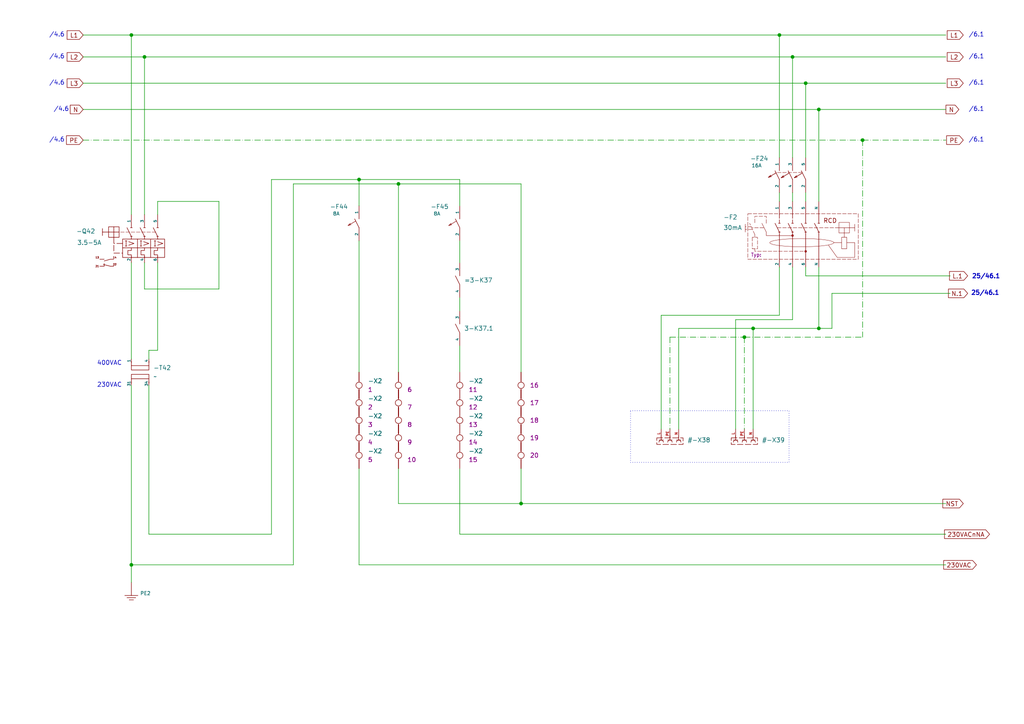
<source format=kicad_sch>
(kicad_sch (version 20250114) (generator "eeschema") (generator_version "9.0")
  (paper "A4")
  (title_block (comment 4 "1"))
  (lib_symbols
    (symbol "Relais_(K)_NO_1" (pin_numbers (hide yes)) (pin_names (offset 0))
      (property "Reference" "-K" (at -4.318 4.318 0))
      (symbol "Relais_(K)_NO_1_0_1"
        (polyline (pts (xy 0 1.27) (xy 0 1.27)))
        (polyline (pts (xy 0 -1.27) (xy -1.27 1.27)))
      )
      (symbol "Relais_(K)_NO_1_1_1"
        (pin passive line (at 0 5.08 270) (length 3.81) (name "3") (number "3"))
        (pin passive line (at 0 -5.08 90) (length 3.81) (name "4") (number "4"))
      )
    )
    (symbol "Steckdose_W_(X)_1" (power) (pin_names (offset 0) (hide yes)) (exclude_from_sim yes) (in_bom no) (on_board no)
      (property "Reference" "-X" (at -6.604 3.302 0))
      (symbol "Steckdose_W_(X)_1_0_1"
        (polyline (pts (xy -2.54 0.635) (xy -2.54 1.905)))
        (arc (start -3.175 0) (mid -2.54 0.635) (end -1.905 0))
        (polyline (pts (xy -1.905 0.635) (xy -3.175 0.635)))
        (polyline (pts (xy 0 0.635) (xy 0 1.905)))
        (arc (start -0.635 0) (mid 0 0.635) (end 0.635 0))
        (polyline (pts (xy 0.635 0.635) (xy -0.635 0.635)))
        (polyline (pts (xy 2.54 0.635) (xy 2.54 1.905)))
        (arc (start 1.905 0) (mid 2.54 0.635) (end 3.175 0))
        (polyline (pts (xy 3.175 0.635) (xy 1.905 0.635)))
      )
      (symbol "Steckdose_W_(X)_1_1_1"
        (rectangle (start -3.81 1.27) (end 3.81 -0.635) (stroke (width 0) (type dash)))
        (pin passive line (at -2.54 3.81 270) (length 2.54) (name "L") (number "L"))
        (pin unspecified line (at -2.54 0 90) (length 0) (hide yes) (name "L") (number "L"))
        (pin passive line (at 0 3.81 270) (length 2.54) (name "PE") (number "PE"))
        (pin unspecified line (at 0 0 90) (length 0) (hide yes) (name "PE") (number "PE"))
        (pin passive line (at 2.54 3.81 270) (length 2.54) (name "N") (number "N"))
        (pin unspecified line (at 2.54 0 90) (length 0) (hide yes) (name "N") (number "N"))
      )
    )
    (symbol "Verbinder_Standart_einfach_(X)_1" (pin_numbers (hide yes)) (pin_names (offset 0))
      (property "Reference" "-X" (at -4.572 2.794 0))
      (property "Nummer" "x" (at 3.048 3.048 0))
      (symbol "Verbinder_Standart_einfach_(X)_1_0_1"
        (polyline (pts (xy 0 1.27) (xy 0 1.016)))
        (circle (center 0 0) (radius 0.9158))
        (polyline (pts (xy 0 -1.27) (xy 0 -1.016)))
      )
      (symbol "Verbinder_Standart_einfach_(X)_1_1_1"
        (pin passive line (at 0 3.81 270) (length 2.54) (name "") (number ""))
        (pin passive line (at 0 -3.81 90) (length 2.54) (name "") (number ""))
      )
    )
    (symbol "Verbinder_Standart_einfach_(X)_10" (pin_numbers (hide yes)) (pin_names (offset 0))
      (property "Reference" "-X" (at -4.572 2.794 0))
      (property "Nummer" "x" (at 3.048 3.048 0))
      (symbol "Verbinder_Standart_einfach_(X)_10_0_1"
        (polyline (pts (xy 0 1.27) (xy 0 1.016)))
        (circle (center 0 0) (radius 0.9158))
        (polyline (pts (xy 0 -1.27) (xy 0 -1.016)))
      )
      (symbol "Verbinder_Standart_einfach_(X)_10_1_1"
        (pin passive line (at 0 3.81 270) (length 2.54) (name "") (number ""))
        (pin passive line (at 0 -3.81 90) (length 2.54) (name "") (number ""))
      )
    )
    (symbol "Verbinder_Standart_einfach_(X)_11" (pin_numbers (hide yes)) (pin_names (offset 0))
      (property "Reference" "-X" (at -4.572 2.794 0))
      (property "Nummer" "x" (at 3.048 3.048 0))
      (symbol "Verbinder_Standart_einfach_(X)_11_0_1"
        (polyline (pts (xy 0 1.27) (xy 0 1.016)))
        (circle (center 0 0) (radius 0.9158))
        (polyline (pts (xy 0 -1.27) (xy 0 -1.016)))
      )
      (symbol "Verbinder_Standart_einfach_(X)_11_1_1"
        (pin passive line (at 0 3.81 270) (length 2.54) (name "") (number ""))
        (pin passive line (at 0 -3.81 90) (length 2.54) (name "") (number ""))
      )
    )
    (symbol "Verbinder_Standart_einfach_(X)_12" (pin_numbers (hide yes)) (pin_names (offset 0))
      (property "Reference" "-X" (at -4.572 2.794 0))
      (property "Nummer" "x" (at 3.048 3.048 0))
      (symbol "Verbinder_Standart_einfach_(X)_12_0_1"
        (polyline (pts (xy 0 1.27) (xy 0 1.016)))
        (circle (center 0 0) (radius 0.9158))
        (polyline (pts (xy 0 -1.27) (xy 0 -1.016)))
      )
      (symbol "Verbinder_Standart_einfach_(X)_12_1_1"
        (pin passive line (at 0 3.81 270) (length 2.54) (name "") (number ""))
        (pin passive line (at 0 -3.81 90) (length 2.54) (name "") (number ""))
      )
    )
    (symbol "Verbinder_Standart_einfach_(X)_13" (pin_numbers (hide yes)) (pin_names (offset 0))
      (property "Reference" "-X" (at -4.572 2.794 0))
      (property "Nummer" "x" (at 3.048 3.048 0))
      (symbol "Verbinder_Standart_einfach_(X)_13_0_1"
        (polyline (pts (xy 0 1.27) (xy 0 1.016)))
        (circle (center 0 0) (radius 0.9158))
        (polyline (pts (xy 0 -1.27) (xy 0 -1.016)))
      )
      (symbol "Verbinder_Standart_einfach_(X)_13_1_1"
        (pin passive line (at 0 3.81 270) (length 2.54) (name "") (number ""))
        (pin passive line (at 0 -3.81 90) (length 2.54) (name "") (number ""))
      )
    )
    (symbol "Verbinder_Standart_einfach_(X)_14" (pin_numbers (hide yes)) (pin_names (offset 0))
      (property "Reference" "-X" (at -4.572 2.794 0))
      (property "Nummer" "x" (at 3.048 3.048 0))
      (symbol "Verbinder_Standart_einfach_(X)_14_0_1"
        (polyline (pts (xy 0 1.27) (xy 0 1.016)))
        (circle (center 0 0) (radius 0.9158))
        (polyline (pts (xy 0 -1.27) (xy 0 -1.016)))
      )
      (symbol "Verbinder_Standart_einfach_(X)_14_1_1"
        (pin passive line (at 0 3.81 270) (length 2.54) (name "") (number ""))
        (pin passive line (at 0 -3.81 90) (length 2.54) (name "") (number ""))
      )
    )
    (symbol "Verbinder_Standart_einfach_(X)_15" (pin_numbers (hide yes)) (pin_names (offset 0))
      (property "Reference" "-X" (at -4.572 2.794 0))
      (property "Nummer" "x" (at 3.048 3.048 0))
      (symbol "Verbinder_Standart_einfach_(X)_15_0_1"
        (polyline (pts (xy 0 1.27) (xy 0 1.016)))
        (circle (center 0 0) (radius 0.9158))
        (polyline (pts (xy 0 -1.27) (xy 0 -1.016)))
      )
      (symbol "Verbinder_Standart_einfach_(X)_15_1_1"
        (pin passive line (at 0 3.81 270) (length 2.54) (name "") (number ""))
        (pin passive line (at 0 -3.81 90) (length 2.54) (name "") (number ""))
      )
    )
    (symbol "Verbinder_Standart_einfach_(X)_16" (pin_numbers (hide yes)) (pin_names (offset 0))
      (property "Reference" "-X" (at -4.572 2.794 0))
      (property "Nummer" "x" (at 3.048 3.048 0))
      (symbol "Verbinder_Standart_einfach_(X)_16_0_1"
        (polyline (pts (xy 0 1.27) (xy 0 1.016)))
        (circle (center 0 0) (radius 0.9158))
        (polyline (pts (xy 0 -1.27) (xy 0 -1.016)))
      )
      (symbol "Verbinder_Standart_einfach_(X)_16_1_1"
        (pin passive line (at 0 3.81 270) (length 2.54) (name "") (number ""))
        (pin passive line (at 0 -3.81 90) (length 2.54) (name "") (number ""))
      )
    )
    (symbol "Verbinder_Standart_einfach_(X)_17" (pin_numbers (hide yes)) (pin_names (offset 0))
      (property "Reference" "-X" (at -4.572 2.794 0))
      (property "Nummer" "x" (at 3.048 3.048 0))
      (symbol "Verbinder_Standart_einfach_(X)_17_0_1"
        (polyline (pts (xy 0 1.27) (xy 0 1.016)))
        (circle (center 0 0) (radius 0.9158))
        (polyline (pts (xy 0 -1.27) (xy 0 -1.016)))
      )
      (symbol "Verbinder_Standart_einfach_(X)_17_1_1"
        (pin passive line (at 0 3.81 270) (length 2.54) (name "") (number ""))
        (pin passive line (at 0 -3.81 90) (length 2.54) (name "") (number ""))
      )
    )
    (symbol "Verbinder_Standart_einfach_(X)_18" (pin_numbers (hide yes)) (pin_names (offset 0))
      (property "Reference" "-X" (at -4.572 2.794 0))
      (property "Nummer" "x" (at 3.048 3.048 0))
      (symbol "Verbinder_Standart_einfach_(X)_18_0_1"
        (polyline (pts (xy 0 1.27) (xy 0 1.016)))
        (circle (center 0 0) (radius 0.9158))
        (polyline (pts (xy 0 -1.27) (xy 0 -1.016)))
      )
      (symbol "Verbinder_Standart_einfach_(X)_18_1_1"
        (pin passive line (at 0 3.81 270) (length 2.54) (name "") (number ""))
        (pin passive line (at 0 -3.81 90) (length 2.54) (name "") (number ""))
      )
    )
    (symbol "Verbinder_Standart_einfach_(X)_19" (pin_numbers (hide yes)) (pin_names (offset 0))
      (property "Reference" "-X" (at -4.572 2.794 0))
      (property "Nummer" "x" (at 3.048 3.048 0))
      (symbol "Verbinder_Standart_einfach_(X)_19_0_1"
        (polyline (pts (xy 0 1.27) (xy 0 1.016)))
        (circle (center 0 0) (radius 0.9158))
        (polyline (pts (xy 0 -1.27) (xy 0 -1.016)))
      )
      (symbol "Verbinder_Standart_einfach_(X)_19_1_1"
        (pin passive line (at 0 3.81 270) (length 2.54) (name "") (number ""))
        (pin passive line (at 0 -3.81 90) (length 2.54) (name "") (number ""))
      )
    )
    (symbol "Verbinder_Standart_einfach_(X)_2" (pin_numbers (hide yes)) (pin_names (offset 0))
      (property "Reference" "-X" (at -4.572 2.794 0))
      (property "Nummer" "x" (at 3.048 3.048 0))
      (symbol "Verbinder_Standart_einfach_(X)_2_0_1"
        (polyline (pts (xy 0 1.27) (xy 0 1.016)))
        (circle (center 0 0) (radius 0.9158))
        (polyline (pts (xy 0 -1.27) (xy 0 -1.016)))
      )
      (symbol "Verbinder_Standart_einfach_(X)_2_1_1"
        (pin passive line (at 0 3.81 270) (length 2.54) (name "") (number ""))
        (pin passive line (at 0 -3.81 90) (length 2.54) (name "") (number ""))
      )
    )
    (symbol "Verbinder_Standart_einfach_(X)_3" (pin_numbers (hide yes)) (pin_names (offset 0))
      (property "Reference" "-X" (at -4.572 2.794 0))
      (property "Nummer" "x" (at 3.048 3.048 0))
      (symbol "Verbinder_Standart_einfach_(X)_3_0_1"
        (polyline (pts (xy 0 1.27) (xy 0 1.016)))
        (circle (center 0 0) (radius 0.9158))
        (polyline (pts (xy 0 -1.27) (xy 0 -1.016)))
      )
      (symbol "Verbinder_Standart_einfach_(X)_3_1_1"
        (pin passive line (at 0 3.81 270) (length 2.54) (name "") (number ""))
        (pin passive line (at 0 -3.81 90) (length 2.54) (name "") (number ""))
      )
    )
    (symbol "Verbinder_Standart_einfach_(X)_4" (pin_numbers (hide yes)) (pin_names (offset 0))
      (property "Reference" "-X" (at -4.572 2.794 0))
      (property "Nummer" "x" (at 3.048 3.048 0))
      (symbol "Verbinder_Standart_einfach_(X)_4_0_1"
        (polyline (pts (xy 0 1.27) (xy 0 1.016)))
        (circle (center 0 0) (radius 0.9158))
        (polyline (pts (xy 0 -1.27) (xy 0 -1.016)))
      )
      (symbol "Verbinder_Standart_einfach_(X)_4_1_1"
        (pin passive line (at 0 3.81 270) (length 2.54) (name "") (number ""))
        (pin passive line (at 0 -3.81 90) (length 2.54) (name "") (number ""))
      )
    )
    (symbol "Verbinder_Standart_einfach_(X)_5" (pin_numbers (hide yes)) (pin_names (offset 0))
      (property "Reference" "-X" (at -4.572 2.794 0))
      (property "Nummer" "x" (at 3.048 3.048 0))
      (symbol "Verbinder_Standart_einfach_(X)_5_0_1"
        (polyline (pts (xy 0 1.27) (xy 0 1.016)))
        (circle (center 0 0) (radius 0.9158))
        (polyline (pts (xy 0 -1.27) (xy 0 -1.016)))
      )
      (symbol "Verbinder_Standart_einfach_(X)_5_1_1"
        (pin passive line (at 0 3.81 270) (length 2.54) (name "") (number ""))
        (pin passive line (at 0 -3.81 90) (length 2.54) (name "") (number ""))
      )
    )
    (symbol "Verbinder_Standart_einfach_(X)_6" (pin_numbers (hide yes)) (pin_names (offset 0))
      (property "Reference" "-X" (at -4.572 2.794 0))
      (property "Nummer" "x" (at 3.048 3.048 0))
      (symbol "Verbinder_Standart_einfach_(X)_6_0_1"
        (polyline (pts (xy 0 1.27) (xy 0 1.016)))
        (circle (center 0 0) (radius 0.9158))
        (polyline (pts (xy 0 -1.27) (xy 0 -1.016)))
      )
      (symbol "Verbinder_Standart_einfach_(X)_6_1_1"
        (pin passive line (at 0 3.81 270) (length 2.54) (name "") (number ""))
        (pin passive line (at 0 -3.81 90) (length 2.54) (name "") (number ""))
      )
    )
    (symbol "Verbinder_Standart_einfach_(X)_7" (pin_numbers (hide yes)) (pin_names (offset 0))
      (property "Reference" "-X" (at -4.572 2.794 0))
      (property "Nummer" "x" (at 3.048 3.048 0))
      (symbol "Verbinder_Standart_einfach_(X)_7_0_1"
        (polyline (pts (xy 0 1.27) (xy 0 1.016)))
        (circle (center 0 0) (radius 0.9158))
        (polyline (pts (xy 0 -1.27) (xy 0 -1.016)))
      )
      (symbol "Verbinder_Standart_einfach_(X)_7_1_1"
        (pin passive line (at 0 3.81 270) (length 2.54) (name "") (number ""))
        (pin passive line (at 0 -3.81 90) (length 2.54) (name "") (number ""))
      )
    )
    (symbol "Verbinder_Standart_einfach_(X)_8" (pin_numbers (hide yes)) (pin_names (offset 0))
      (property "Reference" "-X" (at -4.572 2.794 0))
      (property "Nummer" "x" (at 3.048 3.048 0))
      (symbol "Verbinder_Standart_einfach_(X)_8_0_1"
        (polyline (pts (xy 0 1.27) (xy 0 1.016)))
        (circle (center 0 0) (radius 0.9158))
        (polyline (pts (xy 0 -1.27) (xy 0 -1.016)))
      )
      (symbol "Verbinder_Standart_einfach_(X)_8_1_1"
        (pin passive line (at 0 3.81 270) (length 2.54) (name "") (number ""))
        (pin passive line (at 0 -3.81 90) (length 2.54) (name "") (number ""))
      )
    )
    (symbol "Verbinder_Standart_einfach_(X)_9" (pin_numbers (hide yes)) (pin_names (offset 0))
      (property "Reference" "-X" (at -4.572 2.794 0))
      (property "Nummer" "x" (at 3.048 3.048 0))
      (symbol "Verbinder_Standart_einfach_(X)_9_0_1"
        (polyline (pts (xy 0 1.27) (xy 0 1.016)))
        (circle (center 0 0) (radius 0.9158))
        (polyline (pts (xy 0 -1.27) (xy 0 -1.016)))
      )
      (symbol "Verbinder_Standart_einfach_(X)_9_1_1"
        (pin passive line (at 0 3.81 270) (length 2.54) (name "") (number ""))
        (pin passive line (at 0 -3.81 90) (length 2.54) (name "") (number ""))
      )
    )
    (symbol "standart:PE" (pin_numbers (hide yes)) (pin_names (hide yes))
      (property "Reference" "PE" (at -3.302 2.794 0))
      (symbol "PE_0_1"
        (polyline (pts (xy -1.905 0) (xy 1.905 0)))
        (polyline (pts (xy -0.635 -1.27) (xy 0.635 -1.27)))
        (polyline (pts (xy 1.27 -0.635) (xy -1.27 -0.635)))
      )
      (symbol "PE_1_1"
        (pin passive line (at 0 3.81 270) (length 3.81) (name "") (number "PE"))
      )
    )
    (symbol "standart:Relais_(K)_NO" (pin_numbers (hide yes)) (pin_names (offset 0))
      (property "Reference" "-K" (at -4.318 4.318 0))
      (symbol "Relais_(K)_NO_0_1"
        (polyline (pts (xy 0 1.27) (xy 0 1.27)))
        (polyline (pts (xy 0 -1.27) (xy -1.27 1.27)))
      )
      (symbol "Relais_(K)_NO_1_1"
        (pin passive line (at 0 5.08 270) (length 3.81) (name "3") (number "3"))
        (pin passive line (at 0 -5.08 90) (length 3.81) (name "4") (number "4"))
      )
    )
    (symbol "standart:Schalter_LS_(F)" (pin_numbers (hide yes)) (pin_names (offset 0))
      (property "Reference" "-F" (at -5.842 3.556 0))
      (property "Value" "A" (at -6.604 1.524 0))
      (symbol "Schalter_LS_(F)_0_1"
        (polyline (pts (xy -3.1577 -1.8949) (xy -3.1577 -1.8949)))
        (polyline (pts (xy 0 0) (xy 0 0)))
        (polyline (pts (xy 0 -2.54) (xy -1.27 0)))
      )
      (symbol "Schalter_LS_(F)_1_1"
        (polyline (pts (xy -3.175 -1.905) (xy -2.54 -1.27)) (stroke (width 0.127)))
        (polyline (pts (xy -3.175 -1.905) (xy -2.3014 -1.67)) (stroke (width 0.127)))
        (polyline (pts (xy -0.9505 -0.6011) (xy -3.175 -1.905)) (stroke (width 0.127)))
        (pin passive line (at 0 3.81 270) (length 3.81) (name "1") (number "1"))
        (pin passive line (at 0 -6.35 90) (length 3.81) (name "2") (number "2"))
      )
    )
    (symbol "standart:Schalter_LS_ALLPOLIG_(F)" (pin_numbers (hide yes)) (pin_names (offset 0))
      (property "Reference" "-F" (at -5.842 3.556 0))
      (property "Value" "A" (at -6.604 1.524 0))
      (symbol "Schalter_LS_ALLPOLIG_(F)_0_1"
        (polyline (pts (xy -3.175 -1.905) (xy -2.54 -1.27)))
        (polyline (pts (xy -3.175 -1.905) (xy -2.3014 -1.67)))
        (polyline (pts (xy -3.1577 -1.8949) (xy -3.1577 -1.8949)))
        (polyline (pts (xy -0.9505 -0.6011) (xy -3.175 -1.905)))
        (polyline (pts (xy 0 0) (xy 0 0)))
        (polyline (pts (xy 0 -2.54) (xy -1.27 0)))
        (polyline (pts (xy 0.508 -2.032) (xy 1.143 -1.397)))
        (polyline (pts (xy 0.508 -2.032) (xy 1.3816 -1.797)))
        (polyline (pts (xy 0.5253 -2.0219) (xy 0.5253 -2.0219)))
        (polyline (pts (xy 2.7325 -0.7281) (xy 0.508 -2.032)))
        (polyline (pts (xy 3.81 0) (xy 3.81 0)))
        (polyline (pts (xy 3.81 -2.54) (xy 2.54 0)))
        (polyline (pts (xy 4.318 -2.032) (xy 4.953 -1.397)))
        (polyline (pts (xy 4.318 -2.032) (xy 5.1916 -1.797)))
        (polyline (pts (xy 4.3353 -2.0219) (xy 4.3353 -2.0219)))
        (polyline (pts (xy 6.5425 -0.7281) (xy 4.318 -2.032)))
        (polyline (pts (xy 7.62 0) (xy 7.62 0)))
        (polyline (pts (xy 7.62 -2.54) (xy 6.35 0)))
      )
      (symbol "Schalter_LS_ALLPOLIG_(F)_1_1"
        (polyline (pts (xy 6.604 -0.508) (xy -1.016 -0.508)) (stroke (width 0.1016) (type dash)))
        (pin passive line (at 0 3.81 270) (length 3.81) (name "1") (number "1"))
        (pin passive line (at 0 -6.35 90) (length 3.81) (name "2") (number "2"))
        (pin passive line (at 3.81 3.81 270) (length 3.81) (name "3") (number "3"))
        (pin passive line (at 3.81 -6.35 90) (length 3.81) (name "4") (number "4"))
        (pin passive line (at 7.62 3.81 270) (length 3.81) (name "5") (number "5"))
        (pin passive line (at 7.62 -6.35 90) (length 3.81) (name "2") (number "2"))
      )
    )
    (symbol "standart:Schalter_MS_(Q)_1-6" (pin_numbers (hide yes)) (pin_names (offset 0))
      (property "Reference" "-Q" (at -6.35 4.318 0))
      (symbol "Schalter_MS_(Q)_1-6_0_1"
        (polyline (pts (xy -9.144 -9.906) (xy -7.874 -9.906) (xy -7.874 -9.144)))
        (polyline (pts (xy -8.128 -9.398) (xy -6.096 -9.906)))
        (polyline (pts (xy -7.874 -7.874) (xy -9.144 -7.874)))
        (polyline (pts (xy -6.096 -9.906) (xy -5.08 -9.906)))
        (polyline (pts (xy -5.08 -7.874) (xy -6.096 -7.874) (xy -7.874 -8.382)))
        (rectangle (start -2.54 -2.032) (end 9.652 -7.366))
        (polyline (pts (xy -1.778 -2.54) (xy -1.27 -2.54)))
        (polyline (pts (xy -1.778 -4.064) (xy -1.27 -4.064)))
        (polyline (pts (xy -1.524 -2.54) (xy -1.524 -4.064)))
        (polyline (pts (xy -0.762 -2.794) (xy 0.762 -3.302) (xy -0.762 -3.81)))
        (polyline (pts (xy -0.254 1.27) (xy 0.254 1.27)))
        (polyline (pts (xy -0.254 -1.27) (xy 0.254 -1.27)))
        (polyline (pts (xy 0 1.27) (xy 0 1.27)))
        (polyline (pts (xy 0 -1.27) (xy -1.27 1.27)))
        (polyline (pts (xy 0 -1.27) (xy 0 -2.032)))
        (polyline (pts (xy 0 -4.572) (xy 0 -5.334) (xy -1.016 -5.334) (xy -1.016 -6.604) (xy 0 -6.604) (xy 0 -7.366)))
        (polyline (pts (xy 1.778 -2.032) (xy 1.778 -7.366)))
        (polyline (pts (xy 2.54 -2.54) (xy 3.048 -2.54)))
        (polyline (pts (xy 2.54 -4.064) (xy 3.048 -4.064)))
        (polyline (pts (xy 2.794 -2.54) (xy 2.794 -4.064)))
        (polyline (pts (xy 3.556 1.27) (xy 4.064 1.27)))
        (polyline (pts (xy 3.556 -1.27) (xy 4.064 -1.27)))
        (polyline (pts (xy 3.556 -2.794) (xy 5.08 -3.302) (xy 3.556 -3.81)))
        (polyline (pts (xy 3.81 1.27) (xy 3.81 1.27)))
        (polyline (pts (xy 3.81 -1.27) (xy 2.54 1.27)))
        (polyline (pts (xy 3.81 -1.27) (xy 3.81 -2.032)))
        (polyline (pts (xy 3.81 -4.572) (xy 3.81 -5.334) (xy 2.794 -5.334) (xy 2.794 -6.604) (xy 3.81 -6.604) (xy 3.81 -7.366)))
        (polyline (pts (xy 5.588 -2.159) (xy 5.588 -7.366)))
        (polyline (pts (xy 6.604 -2.54) (xy 7.112 -2.54)))
        (polyline (pts (xy 6.604 -4.064) (xy 7.112 -4.064)))
        (polyline (pts (xy 6.858 -2.54) (xy 6.858 -4.064)))
        (polyline (pts (xy 7.366 1.27) (xy 7.874 1.27)))
        (polyline (pts (xy 7.366 -1.27) (xy 7.874 -1.27)))
        (polyline (pts (xy 7.62 1.27) (xy 7.62 1.27)))
        (polyline (pts (xy 7.62 -1.27) (xy 6.35 1.27)))
        (polyline (pts (xy 7.62 -1.27) (xy 7.62 -2.032)))
        (polyline (pts (xy 7.62 -2.794) (xy 9.144 -3.302) (xy 7.62 -3.81)))
        (polyline (pts (xy 7.62 -4.572) (xy 7.62 -5.334) (xy 6.604 -5.334) (xy 6.604 -6.604) (xy 7.62 -6.604) (xy 7.62 -7.366)))
        (polyline (pts (xy 9.652 -4.572) (xy -2.54 -4.572)))
      )
      (symbol "Schalter_MS_(Q)_1-6_1_1"
        (polyline (pts (xy -8.382 0) (xy -8.382 -1.016)))
        (polyline (pts (xy -5.08 -1.524) (xy -5.08 1.524)))
        (polyline (pts (xy -5.08 -1.524) (xy -5.08 -6.096) (xy -2.54 -6.096)) (stroke (width 0) (type dash)))
        (rectangle (start -3.556 1.524) (end -6.604 -1.524))
        (polyline (pts (xy -3.556 0) (xy -8.382 0) (xy -8.382 1.016)))
        (polyline (pts (xy -2.54 -3.302) (xy -5.08 -3.302)) (stroke (width 0) (type dash)))
        (polyline (pts (xy 7.112 0) (xy -3.302 0)) (stroke (width 0.1016) (type dash)))
        (text "13" (at -9.906 -7.366 0) (effects (font (size 0.508 0.508))))
        (text "21" (at -9.906 -9.906 0) (effects (font (size 0.508 0.508))))
        (text "14" (at -4.826 -7.366 0) (effects (font (size 0.508 0.508))))
        (text "22" (at -4.826 -9.398 0) (effects (font (size 0.508 0.508))))
        (pin unspecified line (at 0 5.08 270) (length 3.81) (name "1") (number "1"))
        (pin unspecified line (at 0 -8.89 90) (length 1.778) (name "2") (number "2"))
        (pin unspecified line (at 3.81 5.08 270) (length 3.81) (name "3") (number "3"))
        (pin unspecified line (at 3.81 -8.89 90) (length 1.778) (name "4") (number "4"))
        (pin unspecified line (at 7.62 5.08 270) (length 3.81) (name "5") (number "5"))
        (pin unspecified line (at 7.62 -8.89 90) (length 1.778) (name "6") (number "6"))
      )
    )
    (symbol "standart:Schalter_RCD_allpolig_klassisch_(F)_1-6" (pin_numbers (hide yes)) (pin_names (offset 0))
      (property "Reference" "-F" (at -11.176 10.414 0))
      (symbol "Schalter_RCD_allpolig_klassisch_(F)_1-6_0_1"
        (polyline (pts (xy -4.064 3.81) (xy -3.556 3.81)))
        (polyline (pts (xy -4.064 1.27) (xy -3.556 1.27)))
        (polyline (pts (xy -3.81 3.81) (xy -3.81 3.81)))
        (polyline (pts (xy -3.81 1.27) (xy -5.08 3.81)))
        (polyline (pts (xy -3.81 1.27) (xy -3.81 0.508)))
        (polyline (pts (xy -0.254 3.81) (xy 0.254 3.81)))
        (polyline (pts (xy -0.254 1.27) (xy 0.254 1.27)))
        (polyline (pts (xy 0 3.81) (xy 0 3.81)))
        (polyline (pts (xy 0 1.27) (xy -1.27 3.81)))
        (polyline (pts (xy 0 1.27) (xy 0 0.508)))
        (polyline (pts (xy 3.556 3.81) (xy 4.064 3.81)))
        (polyline (pts (xy 3.556 1.27) (xy 4.064 1.27)))
        (polyline (pts (xy 3.81 3.81) (xy 3.81 3.81)))
        (polyline (pts (xy 3.81 1.27) (xy 2.54 3.81)))
        (polyline (pts (xy 3.81 1.27) (xy 3.81 0.508)))
        (polyline (pts (xy 7.366 3.81) (xy 7.874 3.81)))
        (polyline (pts (xy 7.366 1.27) (xy 7.874 1.27)))
        (polyline (pts (xy 7.62 3.81) (xy 7.62 3.81)))
        (polyline (pts (xy 7.62 1.27) (xy 6.35 3.81)))
        (polyline (pts (xy 7.62 1.27) (xy 7.62 0.508)))
      )
      (symbol "Schalter_RCD_allpolig_klassisch_(F)_1-6_1_0"
        (polyline (pts (xy -13.716 3.556) (xy -13.716 1.27)) (stroke (width 0.1016)))
        (rectangle (start -12.954 6.604) (end 19.05 -6.604) (stroke (width 0.1016) (type dash)))
        (polyline (pts (xy -11.938 2.794) (xy -13.716 2.794)) (stroke (width 0.1016)))
        (polyline (pts (xy -11.684 2.032) (xy -13.716 2.032)) (stroke (width 0.1016)))
        (polyline (pts (xy -11.684 -0.254) (xy -11.684 -3.556) (xy -10.16 -3.556) (xy -10.16 -0.254) (xy -11.684 -0.254)) (stroke (width 0.1016)))
        (polyline (pts (xy -11.43 1.524) (xy -11.43 1.524)))
        (polyline (pts (xy -10.922 0.508) (xy -12.446 3.81)) (stroke (width 0.1016)))
        (polyline (pts (xy -10.922 0.508) (xy -10.922 -0.254)) (stroke (width 0.1016)))
        (polyline (pts (xy -10.922 -3.556) (xy -10.922 -4.318) (xy 3.81 -4.318)) (stroke (width 0.1016)))
        (polyline (pts (xy -7.62 3.81) (xy -7.62 5.842) (xy -10.922 5.842) (xy -10.922 3.81)) (stroke (width 0.1016)))
        (polyline (pts (xy -3.81 6.35) (xy -3.81 3.81)))
        (polyline (pts (xy 0 6.35) (xy 0 3.81)))
        (circle (center 0 0.254) (radius 0.254) (fill (type outline)))
        (polyline (pts (xy 0 0.254) (xy -7.62 0.254) (xy -7.62 1.27)) (stroke (width 0.1016)))
        (polyline (pts (xy 3.81 6.35) (xy 3.81 3.81)))
        (circle (center 3.81 -4.318) (radius 0.254) (fill (type outline)))
        (polyline (pts (xy 4.5467 -0.6344) (xy 6.2883 -0.7038) (xy 7.8643 -0.8136) (xy 9.2375 -0.9591) (xy 10.3705 -1.1354) (xy 10.8352 -1.2336) (xy 11.2259 -1.3378) (xy 11.5379 -1.4472) (xy 11.7665 -1.5614) (xy 11.9071 -1.6797) (xy 11.943 -1.7402) (xy 11.955 -1.8015) (xy 11.943 -1.8628) (xy 11.9071 -1.9233) (xy 11.8481 -1.9829) (xy 11.7665 -2.0416) (xy 11.6629 -2.0992) (xy 11.5379 -2.1558) (xy 11.2259 -2.2652) (xy 10.8352 -2.3694) (xy 10.3705 -2.4676) (xy 9.8363 -2.5593) (xy 9.2375 -2.6439) (xy 8.5786 -2.7208) (xy 7.8643 -2.7894) (xy 7.0993 -2.8491) (xy 6.2883 -2.8992) (xy 5.4358 -2.9393) (xy 4.5467 -2.9686) (xy 3.6254 -2.9867) (xy 2.6768 -2.9928) (xy 0.8069 -2.9686) (xy -0.9348 -2.8992) (xy -2.5108 -2.7894) (xy -3.884 -2.6439) (xy -5.0169 -2.4676) (xy -5.4817 -2.3694) (xy -5.8724 -2.2652) (xy -6.1844 -2.1558) (xy -6.413 -2.0416) (xy -6.5536 -1.9233) (xy -6.5894 -1.8628) (xy -6.6015 -1.8015) (xy -6.5894 -1.7402) (xy -6.5536 -1.6797) (xy -6.4946 -1.6201) (xy -6.413 -1.5614) (xy -6.3094 -1.5038) (xy -6.1844 -1.4472) (xy -5.8724 -1.3378) (xy -5.4817 -1.2336) (xy -5.0169 -1.1354) (xy -4.4828 -1.0437) (xy -3.884 -0.9591) (xy -3.2251 -0.8822) (xy -2.5108 -0.8136) (xy -1.7458 -0.7539) (xy -0.9348 -0.7038) (xy -0.0823 -0.6637) (xy 0.8069 -0.6344) (xy 1.7281 -0.6163) (xy 2.6768 -0.6102) (xy 4.5467 -0.6344)) (stroke (width 0.0874)))
        (polyline (pts (xy 7.62 6.35) (xy 7.62 3.81)))
        (polyline (pts (xy 11.938 -1.778) (xy 14.224 -1.778)) (stroke (width 0.1016)))
        (polyline (pts (xy 13.462 2.54) (xy 16.51 2.54)) (stroke (width 0.1016)))
        (polyline (pts (xy 14.224 -0.254) (xy 14.224 -3.556) (xy 15.748 -3.556) (xy 15.748 -0.254) (xy 14.224 -0.254)) (stroke (width 0.1016)))
        (polyline (pts (xy 14.986 -0.254) (xy 14.986 1.016)) (stroke (width 0.1016)))
        (polyline (pts (xy 15.748 -1.778) (xy 18.034 -1.778) (xy 18.034 -6.096) (xy 12.954 -6.096) (xy 10.414 -2.54)) (stroke (width 0.1016)))
        (polyline (pts (xy 16.51 2.54) (xy 18.034 2.54)) (stroke (width 0.1016)))
        (polyline (pts (xy 18.034 3.556) (xy 18.034 1.524)) (stroke (width 0.1016)))
      )
      (symbol "Schalter_RCD_allpolig_klassisch_(F)_1-6_1_1"
        (polyline (pts (xy -8.382 2.54) (xy -11.684 2.54)) (stroke (width 0.1016) (type dash)))
        (polyline (pts (xy -7.62 1.27) (xy -8.89 3.81)) (stroke (width 0.1016)))
        (polyline (pts (xy -3.81 -7.112) (xy -3.81 0.508)))
        (polyline (pts (xy 0 -7.112) (xy 0 0.508)))
        (polyline (pts (xy 3.81 -7.112) (xy 3.81 0.508)))
        (polyline (pts (xy 7.62 -7.112) (xy 7.62 0.508)))
        (rectangle (start 13.462 4.064) (end 16.51 1.016) (stroke (width 0.1016)))
        (polyline (pts (xy 13.462 2.54) (xy -4.318 2.54)) (stroke (width 0.1016) (type dash)))
        (polyline (pts (xy 14.986 2.54) (xy 14.986 1.016)) (stroke (width 0.1016)))
        (text "RCD\n" (at 8.89 5.334 0) (effects (font (size 1.27 1.27)) (justify left top)))
        (pin passive line (at -3.81 10.16 270) (length 3.81) (name "1") (number "1"))
        (pin passive line (at -3.81 -8.89 90) (length 1.778) (name "2") (number "2"))
        (pin passive line (at 0 10.16 270) (length 3.81) (name "3") (number "3"))
        (pin passive line (at 0 -8.89 90) (length 1.778) (name "4") (number "4"))
        (pin passive line (at 3.81 10.16 270) (length 3.81) (name "5") (number "5"))
        (pin passive line (at 3.81 -8.89 90) (length 1.778) (name "6") (number "6"))
        (pin passive line (at 7.62 10.16 270) (length 3.81) (name "N") (number "N"))
        (pin passive line (at 7.62 -8.89 90) (length 1.778) (name "N") (number "N"))
      )
    )
    (symbol "standart:Spule_Transformator_Einpolig_(T)" (pin_numbers (hide yes)) (pin_names (offset 0))
      (property "Reference" "-T" (at -7.874 6.096 0))
      (symbol "Spule_Transformator_Einpolig_(T)_1_1"
        (polyline (pts (xy -2.5292 1.9052) (xy -2.5292 3.1752)))
        (polyline (pts (xy -2.5292 -1.9052) (xy -2.5292 -3.1752)))
        (polyline (pts (xy 2.5508 1.9052) (xy 2.5508 3.1752)))
        (rectangle (start 2.5508 1.9052) (end -2.5292 0.6352) (fill (type color)))
        (polyline (pts (xy 2.5508 -1.9052) (xy 2.5508 -3.1752)))
        (rectangle (start 2.5508 -1.9052) (end -2.5292 -0.6352) (fill (type color)))
        (pin passive line (at -2.54 3.81 270) (length 1.016) (name "1") (number "1"))
        (pin passive line (at -2.54 -3.81 90) (length 1.016) (name "31") (number "31"))
        (pin passive line (at 2.54 3.81 270) (length 1.016) (name "4") (number "4"))
        (pin passive line (at 2.54 -3.81 90) (length 1.016) (name "34") (number "34"))
      )
    )
    (symbol "standart:Steckdose_W_(X)" (power) (pin_names (offset 0) (hide yes)) (exclude_from_sim yes) (in_bom no) (on_board no)
      (property "Reference" "-X" (at -6.604 3.302 0))
      (symbol "Steckdose_W_(X)_0_1"
        (polyline (pts (xy -2.54 0.635) (xy -2.54 1.905)))
        (arc (start -3.175 0) (mid -2.54 0.635) (end -1.905 0))
        (polyline (pts (xy -1.905 0.635) (xy -3.175 0.635)))
        (polyline (pts (xy 0 0.635) (xy 0 1.905)))
        (arc (start -0.635 0) (mid 0 0.635) (end 0.635 0))
        (polyline (pts (xy 0.635 0.635) (xy -0.635 0.635)))
        (polyline (pts (xy 2.54 0.635) (xy 2.54 1.905)))
        (arc (start 1.905 0) (mid 2.54 0.635) (end 3.175 0))
        (polyline (pts (xy 3.175 0.635) (xy 1.905 0.635)))
      )
      (symbol "Steckdose_W_(X)_1_1"
        (rectangle (start -3.81 1.27) (end 3.81 -0.635) (stroke (width 0) (type dash)))
        (pin passive line (at -2.54 3.81 270) (length 2.54) (name "L") (number "L"))
        (pin unspecified line (at -2.54 0 90) (length 0) (hide yes) (name "L") (number "L"))
        (pin passive line (at 0 3.81 270) (length 2.54) (name "PE") (number "PE"))
        (pin unspecified line (at 0 0 90) (length 0) (hide yes) (name "PE") (number "PE"))
        (pin passive line (at 2.54 3.81 270) (length 2.54) (name "N") (number "N"))
        (pin unspecified line (at 2.54 0 90) (length 0) (hide yes) (name "N") (number "N"))
      )
    )
    (symbol "standart:Verbinder_Standart_einfach_(X)" (pin_numbers (hide yes)) (pin_names (offset 0))
      (property "Reference" "-X" (at -4.572 2.794 0))
      (property "Nummer" "x" (at 3.048 3.048 0))
      (symbol "Verbinder_Standart_einfach_(X)_0_1"
        (polyline (pts (xy 0 1.27) (xy 0 1.016)))
        (circle (center 0 0) (radius 0.9158))
        (polyline (pts (xy 0 -1.27) (xy 0 -1.016)))
      )
      (symbol "Verbinder_Standart_einfach_(X)_1_1"
        (pin passive line (at 0 3.81 270) (length 2.54) (name "") (number ""))
        (pin passive line (at 0 -3.81 90) (length 2.54) (name "") (number ""))
      )
    )
  )
  (rectangle (start 182.88 119.126) (end 228.854 134.112) (stroke (width 0) (type dot)))
  (text "/6.1" (at 283.21 16.51 0) (effects (font (size 1.27 1.27))))
  (text "25/46.1" (at 285.75 85.09 0) (effects (font (size 1.27 1.27) (thickness 0.254) (bold yes))))
  (text "/4.6" (at 16.51 24.13 0) (effects (font (size 1.27 1.27))))
  (text "/6.1" (at 283.21 31.75 0) (effects (font (size 1.27 1.27))))
  (text "/6.1" (at 283.21 40.64 0) (effects (font (size 1.27 1.27))))
  (text "230VAC" (at 31.75 111.76 0) (effects (font (size 1.27 1.27))))
  (text "/4.6" (at 16.51 16.51 0) (effects (font (size 1.27 1.27))))
  (text "/4.6" (at 17.78 31.75 0) (effects (font (size 1.27 1.27))))
  (text "400VAC" (at 31.75 105.41 0) (effects (font (size 1.27 1.27))))
  (text "/6.1" (at 283.21 24.13 0) (effects (font (size 1.27 1.27))))
  (text "/4.6" (at 16.51 10.16 0) (effects (font (size 1.27 1.27))))
  (text "/6.1" (at 283.21 10.16 0) (effects (font (size 1.27 1.27))))
  (text "25/46.1" (at 286.004 80.264 0) (effects (font (size 1.27 1.27) (thickness 0.254) (bold yes))))
  (text "/4.6" (at 16.51 40.64 0) (effects (font (size 1.27 1.27))))
  (junction (at 218.44 95.25))
  (junction (at 215.9 97.79))
  (junction (at 151.13 146.05))
  (junction (at 115.57 53.34))
  (junction (at 41.91 16.51))
  (junction (at 233.68 24.13))
  (junction (at 38.1 163.83))
  (junction (at 104.14 52.07))
  (junction (at 237.49 31.75))
  (junction (at 237.49 95.25))
  (junction (at 250.19 40.64))
  (junction (at 38.1 10.16))
  (junction (at 229.87 16.51))
  (junction (at 226.06 10.16))
  (wire (pts (xy 213.36 92.71) (xy 213.36 124.46)))
  (wire (pts (xy 194.31 97.79) (xy 194.31 124.46)) (stroke (width 0) (type dash_dot)))
  (wire (pts (xy 115.57 146.05) (xy 151.13 146.05)))
  (wire (pts (xy 218.44 95.25) (xy 218.44 124.46)))
  (wire (pts (xy 241.3 85.09) (xy 241.3 95.25)))
  (wire (pts (xy 38.1 10.16) (xy 226.06 10.16)))
  (wire (pts (xy 43.18 101.6) (xy 45.72 101.6)))
  (wire (pts (xy 104.14 163.83) (xy 274.32 163.83)))
  (wire (pts (xy 229.87 16.51) (xy 274.32 16.51)))
  (wire (pts (xy 133.35 69.85) (xy 133.35 76.2)))
  (wire (pts (xy 45.72 76.2) (xy 45.72 101.6)))
  (wire (pts (xy 104.14 52.07) (xy 104.14 59.69)))
  (wire (pts (xy 191.77 91.44) (xy 226.06 91.44)))
  (wire (pts (xy 24.13 24.13) (xy 233.68 24.13)))
  (wire (pts (xy 133.35 86.36) (xy 133.35 90.17)))
  (wire (pts (xy 78.74 52.07) (xy 78.74 154.94)))
  (wire (pts (xy 24.13 10.16) (xy 38.1 10.16)))
  (wire (pts (xy 41.91 76.2) (xy 41.91 83.82)))
  (wire (pts (xy 104.14 135.89) (xy 104.14 163.83)))
  (wire (pts (xy 218.44 95.25) (xy 237.49 95.25)))
  (wire (pts (xy 226.06 10.16) (xy 274.32 10.16)))
  (wire (pts (xy 194.31 97.79) (xy 215.9 97.79)) (stroke (width 0) (type dash_dot)))
  (wire (pts (xy 196.85 95.25) (xy 196.85 124.46)))
  (wire (pts (xy 229.87 16.51) (xy 229.87 45.72)))
  (wire (pts (xy 233.68 55.88) (xy 233.68 58.42)))
  (wire (pts (xy 196.85 95.25) (xy 218.44 95.25)))
  (wire (pts (xy 226.06 55.88) (xy 226.06 58.42)))
  (wire (pts (xy 213.36 92.71) (xy 229.87 92.71)))
  (wire (pts (xy 38.1 163.83) (xy 85.09 163.83)))
  (wire (pts (xy 237.49 31.75) (xy 274.32 31.75)))
  (wire (pts (xy 133.35 154.94) (xy 274.32 154.94)))
  (wire (pts (xy 151.13 135.89) (xy 151.13 146.05)))
  (wire (pts (xy 133.35 52.07) (xy 133.35 59.69)))
  (wire (pts (xy 241.3 85.09) (xy 275.59 85.09)))
  (wire (pts (xy 233.68 24.13) (xy 233.68 45.72)))
  (wire (pts (xy 191.77 91.44) (xy 191.77 124.46)))
  (wire (pts (xy 115.57 53.34) (xy 151.13 53.34)))
  (wire (pts (xy 237.49 95.25) (xy 241.3 95.25)))
  (wire (pts (xy 226.06 10.16) (xy 226.06 45.72)))
  (wire (pts (xy 43.18 101.6) (xy 43.18 104.14)))
  (wire (pts (xy 233.68 77.47) (xy 233.68 80.01)))
  (wire (pts (xy 229.87 77.47) (xy 229.87 92.71)))
  (wire (pts (xy 250.19 40.64) (xy 250.19 97.79)) (stroke (width 0) (type dash_dot)))
  (wire (pts (xy 215.9 97.79) (xy 250.19 97.79)) (stroke (width 0) (type dash_dot)))
  (wire (pts (xy 104.14 52.07) (xy 133.35 52.07)))
  (wire (pts (xy 115.57 53.34) (xy 115.57 107.95)))
  (wire (pts (xy 133.35 100.33) (xy 133.35 107.95)))
  (wire (pts (xy 24.13 40.64) (xy 250.19 40.64)) (stroke (width 0) (type dash_dot)))
  (wire (pts (xy 85.09 53.34) (xy 115.57 53.34)))
  (wire (pts (xy 38.1 163.83) (xy 38.1 168.91)))
  (wire (pts (xy 104.14 69.85) (xy 104.14 107.95)))
  (wire (pts (xy 115.57 135.89) (xy 115.57 146.05)))
  (wire (pts (xy 43.18 111.76) (xy 43.18 154.94)))
  (wire (pts (xy 63.5 58.42) (xy 63.5 83.82)))
  (wire (pts (xy 41.91 16.51) (xy 229.87 16.51)))
  (wire (pts (xy 24.13 31.75) (xy 237.49 31.75)))
  (wire (pts (xy 215.9 97.79) (xy 215.9 124.46)) (stroke (width 0) (type dash_dot)))
  (wire (pts (xy 226.06 77.47) (xy 226.06 91.44)))
  (wire (pts (xy 38.1 10.16) (xy 38.1 62.23)))
  (wire (pts (xy 133.35 135.89) (xy 133.35 154.94)))
  (wire (pts (xy 24.13 16.51) (xy 41.91 16.51)))
  (wire (pts (xy 41.91 83.82) (xy 63.5 83.82)))
  (wire (pts (xy 229.87 55.88) (xy 229.87 58.42)))
  (wire (pts (xy 250.19 40.64) (xy 274.32 40.64)) (stroke (width 0) (type dash_dot)))
  (wire (pts (xy 151.13 53.34) (xy 151.13 107.95)))
  (wire (pts (xy 237.49 31.75) (xy 237.49 58.42)))
  (wire (pts (xy 41.91 16.51) (xy 41.91 62.23)))
  (wire (pts (xy 233.68 24.13) (xy 274.32 24.13)))
  (wire (pts (xy 38.1 111.76) (xy 38.1 163.83)))
  (wire (pts (xy 85.09 53.34) (xy 85.09 163.83)))
  (wire (pts (xy 78.74 52.07) (xy 104.14 52.07)))
  (wire (pts (xy 237.49 77.47) (xy 237.49 95.25)))
  (wire (pts (xy 233.68 80.01) (xy 275.59 80.01)))
  (wire (pts (xy 45.72 58.42) (xy 45.72 62.23)))
  (wire (pts (xy 151.13 146.05) (xy 274.32 146.05)))
  (wire (pts (xy 43.18 154.94) (xy 78.74 154.94)))
  (wire (pts (xy 45.72 58.42) (xy 63.5 58.42)))
  (wire (pts (xy 38.1 76.2) (xy 38.1 104.14)))
  (global_label "PE" (shape input) (at 279.4 40.64 180) (property "Intersheetrefs" "${INTERSHEET_REFS}" (effects (hide yes))))
  (global_label "230VAC" (shape input) (at 283.21 163.83 180) (property "Intersheetrefs" "${INTERSHEET_REFS}" (effects (hide yes))))
  (global_label "L3" (shape input) (at 24.13 24.13 180) (property "Intersheetrefs" "${INTERSHEET_REFS}" (effects (hide yes))))
  (global_label "230VACnNA" (shape input) (at 287.02 154.94 180) (property "Intersheetrefs" "${INTERSHEET_REFS}" (effects (hide yes))))
  (global_label "PE" (shape input) (at 24.13 40.64 180) (property "Intersheetrefs" "${INTERSHEET_REFS}" (effects (hide yes))))
  (global_label "L2" (shape input) (at 24.13 16.51 180) (property "Intersheetrefs" "${INTERSHEET_REFS}" (effects (hide yes))))
  (global_label "L1" (shape input) (at 24.13 10.16 180) (property "Intersheetrefs" "${INTERSHEET_REFS}" (effects (hide yes))))
  (global_label "L2" (shape input) (at 279.4 16.51 180) (property "Intersheetrefs" "${INTERSHEET_REFS}" (effects (hide yes))))
  (global_label "N" (shape input) (at 278.13 31.75 180) (property "Intersheetrefs" "${INTERSHEET_REFS}" (effects (hide yes))))
  (global_label "N" (shape input) (at 24.13 31.75 180) (property "Intersheetrefs" "${INTERSHEET_REFS}" (effects (hide yes))))
  (global_label "L.1" (shape input) (at 280.67 80.01 180) (property "Intersheetrefs" "${INTERSHEET_REFS}" (effects (hide yes))))
  (global_label "NST" (shape input) (at 279.4 146.05 180) (property "Intersheetrefs" "${INTERSHEET_REFS}" (effects (hide yes))))
  (global_label "N.1" (shape input) (at 280.67 85.09 180) (property "Intersheetrefs" "${INTERSHEET_REFS}" (effects (hide yes))))
  (global_label "L3" (shape input) (at 279.4 24.13 180) (property "Intersheetrefs" "${INTERSHEET_REFS}" (effects (hide yes))))
  (global_label "L1" (shape input) (at 279.4 10.16 180) (property "Intersheetrefs" "${INTERSHEET_REFS}" (effects (hide yes))))
  (symbol (lib_name "Verbinder_Standart_einfach_(X)_7") (lib_id "standart:Verbinder_Standart_einfach_(X)") (at 151.13 132.08 0) (unit 1)
    (property "Reference" "-X2" (effects (hide yes)))
    (property "Nummer" "20" (at 153.67 132.0799 0) (effects (justify left)))
  )
  (symbol (lib_name "Verbinder_Standart_einfach_(X)_18") (lib_id "standart:Verbinder_Standart_einfach_(X)") (at 133.35 111.76 0) (unit 1)
    (property "Reference" "-X2" (at 135.89 110.4899 0) (effects (justify left)))
    (property "Nummer" "11" (at 135.89 113.0299 0) (effects (justify left)))
  )
  (symbol (lib_name "Verbinder_Standart_einfach_(X)_4") (lib_id "standart:Verbinder_Standart_einfach_(X)") (at 104.14 127 0) (unit 1)
    (property "Reference" "-X2" (at 106.68 125.7299 0) (effects (justify left)))
    (property "Nummer" "4" (at 106.68 128.2699 0) (effects (justify left)))
  )
  (symbol (lib_id "standart:Schalter_RCD_allpolig_klassisch_(F)_1-6") (at 229.87 68.58 0) (unit 1)
    (property "Reference" "-F2" (at 209.804 62.992 0) (effects (justify left)))
    (property "Value" "30mA" (at 209.804 66.04 0) (effects (justify left)))
  )
  (symbol (lib_name "Verbinder_Standart_einfach_(X)_14") (lib_id "standart:Verbinder_Standart_einfach_(X)") (at 115.57 127 0) (unit 1)
    (property "Reference" "-X2" (effects (hide yes)))
    (property "Nummer" "9" (at 118.11 128.2699 0) (effects (justify left)))
  )
  (symbol (lib_name "Verbinder_Standart_einfach_(X)_10") (lib_id "standart:Verbinder_Standart_einfach_(X)") (at 115.57 121.92 0) (unit 1)
    (property "Reference" "-X2" (effects (hide yes)))
    (property "Nummer" "8" (at 118.11 123.1899 0) (effects (justify left)))
  )
  (symbol (lib_name "Verbinder_Standart_einfach_(X)_5") (lib_id "standart:Verbinder_Standart_einfach_(X)") (at 151.13 116.84 0) (unit 1)
    (property "Reference" "-X2" (effects (hide yes)))
    (property "Nummer" "17" (at 153.67 116.8399 0) (effects (justify left)))
  )
  (symbol (lib_name "Verbinder_Standart_einfach_(X)_19") (lib_id "standart:Verbinder_Standart_einfach_(X)") (at 133.35 127 0) (unit 1)
    (property "Reference" "-X2" (at 135.89 125.7299 0) (effects (justify left)))
    (property "Nummer" "14" (at 135.89 128.2699 0) (effects (justify left)))
  )
  (symbol (lib_name "Verbinder_Standart_einfach_(X)_2") (lib_id "standart:Verbinder_Standart_einfach_(X)") (at 104.14 121.92 0) (unit 1)
    (property "Reference" "-X2" (at 106.68 120.6499 0) (effects (justify left)))
    (property "Nummer" "3" (at 106.68 123.1899 0) (effects (justify left)))
  )
  (symbol (lib_name "Verbinder_Standart_einfach_(X)_16") (lib_id "standart:Verbinder_Standart_einfach_(X)") (at 133.35 132.08 0) (unit 1)
    (property "Reference" "-X2" (at 135.89 130.8099 0) (effects (justify left)))
    (property "Nummer" "15" (at 135.89 133.3499 0) (effects (justify left)))
  )
  (symbol (lib_name "Verbinder_Standart_einfach_(X)_15") (lib_id "standart:Verbinder_Standart_einfach_(X)") (at 133.35 121.92 0) (unit 1)
    (property "Reference" "-X2" (at 135.89 120.6499 0) (effects (justify left)))
    (property "Nummer" "13" (at 135.89 123.1899 0) (effects (justify left)))
  )
  (symbol (lib_name "Verbinder_Standart_einfach_(X)_3") (lib_id "standart:Verbinder_Standart_einfach_(X)") (at 104.14 116.84 0) (unit 1)
    (property "Reference" "-X2" (at 106.68 115.5699 0) (effects (justify left)))
    (property "Nummer" "2" (at 106.68 118.1099 0) (effects (justify left)))
  )
  (symbol (lib_id "standart:Schalter_MS_(Q)_1-6") (at 38.1 67.31 0) (unit 1)
    (property "Reference" "-Q42" (at 22.098 67.056 0) (effects (justify left)))
    (property "Value" "3.5-5A" (at 22.352 70.358 0) (effects (justify left)))
  )
  (symbol (lib_name "Verbinder_Standart_einfach_(X)_12") (lib_id "standart:Verbinder_Standart_einfach_(X)") (at 115.57 116.84 0) (unit 1)
    (property "Reference" "-X8" (effects (hide yes)))
    (property "Nummer" "7" (at 118.11 118.1099 0) (effects (justify left)))
  )
  (symbol (lib_id "standart:Relais_(K)_NO") (at 133.35 95.25 0) (unit 1)
    (property "Reference" "3-K37.1" (at 134.62 95.2499 0) (effects (justify left)))
    (pin "3" (alternate "43"))
  )
  (symbol (lib_id "standart:Schalter_LS_(F)") (at 104.14 63.5 0) (unit 1)
    (property "Reference" "-F44" (at 98.298 59.944 0))
    (property "Value" "8A" (at 97.536 61.976 0) (effects (font (size 1.016 1.016))))
  )
  (symbol (lib_id "standart:Schalter_LS_(F)") (at 133.35 63.5 0) (unit 1)
    (property "Reference" "-F45" (at 127.508 59.944 0))
    (property "Value" "8A" (at 126.746 61.976 0) (effects (font (size 1.016 1.016))))
  )
  (symbol (lib_name "Verbinder_Standart_einfach_(X)_9") (lib_id "standart:Verbinder_Standart_einfach_(X)") (at 151.13 127 0) (unit 1)
    (property "Reference" "-X2" (effects (hide yes)))
    (property "Nummer" "19" (at 153.67 126.9999 0) (effects (justify left)))
  )
  (symbol (lib_id "standart:Verbinder_Standart_einfach_(X)") (at 104.14 111.76 0) (unit 1)
    (property "Reference" "-X2" (at 106.68 110.4899 0) (effects (justify left)))
    (property "Nummer" "1" (at 106.68 113.0299 0) (effects (justify left)))
  )
  (symbol (lib_name "Steckdose_W_(X)_1") (lib_id "standart:Steckdose_W_(X)") (at 215.9 128.27 0) (unit 1) (exclude_from_sim yes) (in_bom no) (on_board no)
    (property "Reference" "-X39" (at 220.98 127.6349 0) (effects (justify left)))
    (property "Value" "Steckdose_W_(X)" (effects (hide yes)))
  )
  (symbol (lib_id "standart:PE") (at 38.1 172.72 0) (unit 1)
    (property "Reference" "PE2" (at 40.64 172.0849 0) (effects (font (size 1.016 1.016)) (justify left)))
  )
  (symbol (lib_name "Verbinder_Standart_einfach_(X)_8") (lib_id "standart:Verbinder_Standart_einfach_(X)") (at 151.13 121.92 0) (unit 1)
    (property "Reference" "-X2" (effects (hide yes)))
    (property "Nummer" "18" (at 153.67 121.9199 0) (effects (justify left)))
  )
  (symbol (lib_name "Verbinder_Standart_einfach_(X)_11") (lib_id "standart:Verbinder_Standart_einfach_(X)") (at 115.57 132.08 0) (unit 1)
    (property "Reference" "-X2" (effects (hide yes)))
    (property "Nummer" "10" (at 118.11 133.3499 0) (effects (justify left)))
  )
  (symbol (lib_id "standart:Schalter_LS_ALLPOLIG_(F)") (at 226.06 49.53 0) (unit 1)
    (property "Reference" "-F24" (at 220.218 45.974 0))
    (property "Value" "16A" (at 219.456 48.006 0) (effects (font (size 1.016 1.016))))
  )
  (symbol (lib_name "Verbinder_Standart_einfach_(X)_6") (lib_id "standart:Verbinder_Standart_einfach_(X)") (at 151.13 111.76 0) (unit 1)
    (property "Reference" "-X2" (effects (hide yes)))
    (property "Nummer" "16" (at 153.67 111.7599 0) (effects (justify left)))
  )
  (symbol (lib_name "Relais_(K)_NO_1") (lib_id "standart:Relais_(K)_NO") (at 133.35 81.28 0) (unit 1)
    (property "Reference" "=3-K37" (at 134.62 81.2799 0) (effects (justify left)))
    (pin "3" (alternate "43"))
  )
  (symbol (lib_name "Verbinder_Standart_einfach_(X)_13") (lib_id "standart:Verbinder_Standart_einfach_(X)") (at 115.57 111.76 0) (unit 1)
    (property "Reference" "-X2" (effects (hide yes)))
    (property "Nummer" "6" (at 118.11 113.0299 0) (effects (justify left)))
  )
  (symbol (lib_name "Verbinder_Standart_einfach_(X)_17") (lib_id "standart:Verbinder_Standart_einfach_(X)") (at 133.35 116.84 0) (unit 1)
    (property "Reference" "-X2" (at 135.89 115.5699 0) (effects (justify left)))
    (property "Nummer" "12" (at 135.89 118.1099 0) (effects (justify left)))
  )
  (symbol (lib_id "standart:Spule_Transformator_Einpolig_(T)") (at 40.64 107.95 0) (unit 1)
    (property "Reference" "-T42" (at 44.45 106.6799 0) (effects (justify left)))
    (property "Value" "~" (at 44.45 109.2199 0) (effects (justify left)))
  )
  (symbol (lib_name "Verbinder_Standart_einfach_(X)_1") (lib_id "standart:Verbinder_Standart_einfach_(X)") (at 104.14 132.08 0) (unit 1)
    (property "Reference" "-X2" (at 106.68 130.8099 0) (effects (justify left)))
    (property "Nummer" "5" (at 106.68 133.3499 0) (effects (justify left)))
  )
  (symbol (lib_id "standart:Steckdose_W_(X)") (at 194.31 128.27 0) (unit 1) (exclude_from_sim yes) (in_bom no) (on_board no)
    (property "Reference" "-X38" (at 199.39 127.6349 0) (effects (justify left)))
    (property "Value" "Steckdose_W_(X)" (effects (hide yes)))
  )
)
</source>
